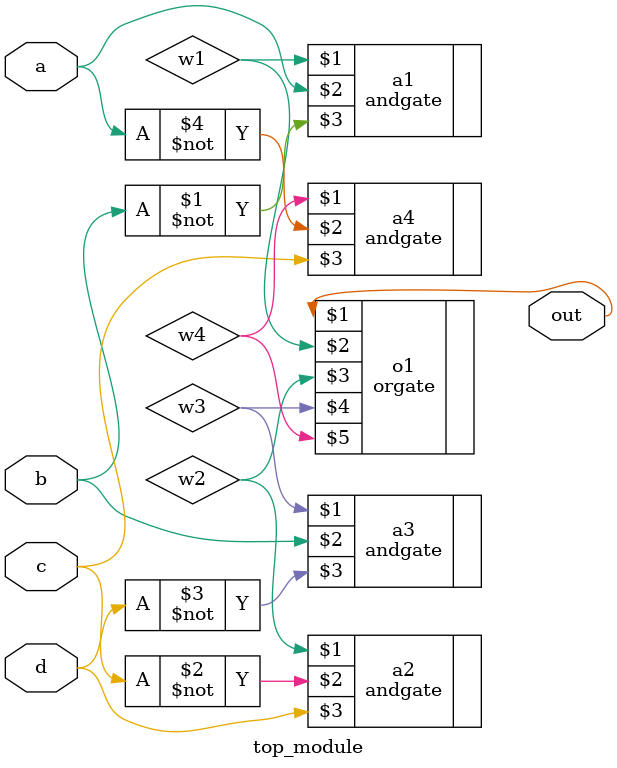
<source format=sv>
module top_module (
	input a,
	input b,
	input c,
	input d,
	output out
);

wire w1, w2, w3, w4;

andgate a1(w1, a, ~b);
andgate a2(w2, ~c, d);
andgate a3(w3, b, ~d);
andgate a4(w4, ~a, c);

orgate o1(out, w1, w2, w3, w4);

endmodule

</source>
